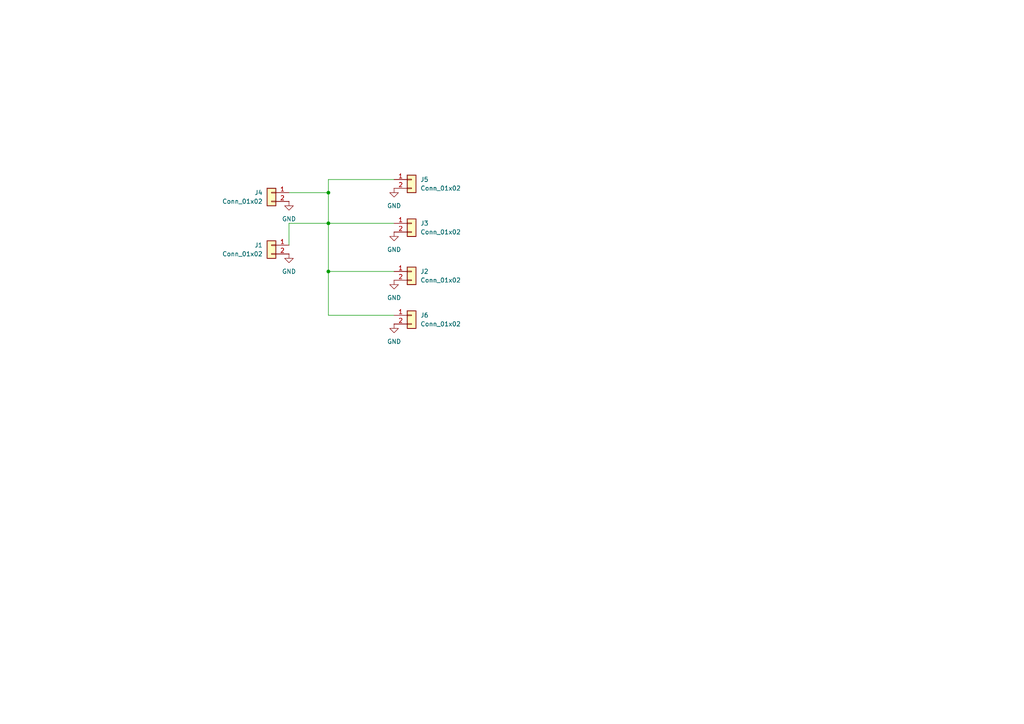
<source format=kicad_sch>
(kicad_sch (version 20231120) (generator "eeschema") (generator_version "8.0")
  (paper "A4")
  (lib_symbols
    (symbol "Connector_Generic:Conn_01x02" (pin_names (offset 1.016) hide)
      (property "Reference" "J" (at 0 2.54 0))
      (property "Value" "Conn_01x02" (at 0 -5.08 0))
      (symbol "Conn_01x02_1_1"
        (rectangle (start -1.27 -2.413) (end 0 -2.667) (stroke (width 0.1524)))
        (rectangle (start -1.27 0.127) (end 0 -0.127) (stroke (width 0.1524)))
        (rectangle (start -1.27 1.27) (end 1.27 -3.81) (stroke (width 0.254)) (fill (type background)))
        (pin passive line (at -5.08 0 0) (length 3.81) (name "Pin_1") (number "1"))
        (pin passive line (at -5.08 -2.54 0) (length 3.81) (name "Pin_2") (number "2"))
      )
    )
    (symbol "power:GND" (power) (pin_numbers hide) (pin_names (offset 0) hide)
      (property "Value" "GND" (at 0 -3.81 0))
      (symbol "GND_0_1"
        (polyline (pts (xy 0 0) (xy 0 -1.27) (xy 1.27 -1.27) (xy 0 -2.54) (xy -1.27 -1.27) (xy 0 -1.27)))
      )
      (symbol "GND_1_1"
        (pin power_in line (at 0 0 270) (length 0) (name "~") (number "1"))
      )
    )
  )
  (junction (at 95.25 64.77))
  (junction (at 95.25 55.88))
  (junction (at 95.25 78.74))
  (wire (pts (xy 95.25 64.77) (xy 95.25 78.74)))
  (wire (pts (xy 83.82 71.12) (xy 83.82 64.77)))
  (wire (pts (xy 95.25 78.74) (xy 95.25 91.44)))
  (wire (pts (xy 95.25 55.88) (xy 95.25 52.07)))
  (wire (pts (xy 83.82 64.77) (xy 95.25 64.77)))
  (wire (pts (xy 95.25 55.88) (xy 83.82 55.88)))
  (wire (pts (xy 95.25 52.07) (xy 114.3 52.07)))
  (wire (pts (xy 95.25 78.74) (xy 114.3 78.74)))
  (wire (pts (xy 95.25 64.77) (xy 95.25 55.88)))
  (wire (pts (xy 95.25 91.44) (xy 114.3 91.44)))
  (wire (pts (xy 95.25 64.77) (xy 114.3 64.77)))
  (symbol (lib_id "Connector_Generic:Conn_01x02") (at 119.38 91.44 0) (unit 1)
    (property "Reference" "J6" (at 121.92 91.4399 0) (effects (justify left)))
    (property "Value" "Conn_01x02" (at 121.92 93.9799 0) (effects (justify left)))
    (property "Footprint" "deans_fp:Deans Connector Female" (effects (hide yes)))
    (property "Description" "Generic connector, single row, 01x02, script generated (kicad-library-utils/schlib/autogen/connector/)" (effects (hide yes)))
  )
  (symbol (lib_id "power:GND") (at 114.3 54.61 0) (unit 1)
    (property "Reference" "#PWR05" (effects (hide yes)))
    (property "Value" "GND" (at 114.3 59.69 0))
    (property "Description" "Power symbol creates a global label with name \"GND\" , ground" (effects (hide yes)))
  )
  (symbol (lib_id "Connector_Generic:Conn_01x02") (at 119.38 52.07 0) (unit 1)
    (property "Reference" "J5" (at 121.92 52.0699 0) (effects (justify left)))
    (property "Value" "Conn_01x02" (at 121.92 54.6099 0) (effects (justify left)))
    (property "Footprint" "deans_fp:Deans Connector Female" (effects (hide yes)))
    (property "Description" "Generic connector, single row, 01x02, script generated (kicad-library-utils/schlib/autogen/connector/)" (effects (hide yes)))
  )
  (symbol (lib_id "power:GND") (at 83.82 58.42 0) (mirror y) (unit 1)
    (property "Reference" "#PWR04" (effects (hide yes)))
    (property "Value" "GND" (at 83.82 63.5 0))
    (property "Description" "Power symbol creates a global label with name \"GND\" , ground" (effects (hide yes)))
  )
  (symbol (lib_id "power:GND") (at 114.3 93.98 0) (unit 1)
    (property "Reference" "#PWR06" (effects (hide yes)))
    (property "Value" "GND" (at 114.3 99.06 0))
    (property "Description" "Power symbol creates a global label with name \"GND\" , ground" (effects (hide yes)))
  )
  (symbol (lib_id "power:GND") (at 83.82 73.66 0) (mirror y) (unit 1)
    (property "Reference" "#PWR01" (effects (hide yes)))
    (property "Value" "GND" (at 83.82 78.74 0))
    (property "Description" "Power symbol creates a global label with name \"GND\" , ground" (effects (hide yes)))
  )
  (symbol (lib_id "Connector_Generic:Conn_01x02") (at 78.74 71.12 0) (mirror y) (unit 1)
    (property "Reference" "J1" (at 76.2 71.1199 0) (effects (justify left)))
    (property "Value" "Conn_01x02" (at 76.2 73.6599 0) (effects (justify left)))
    (property "Footprint" "deans_fp:Deans Connector Male" (effects (hide yes)))
    (property "Description" "Generic connector, single row, 01x02, script generated (kicad-library-utils/schlib/autogen/connector/)" (effects (hide yes)))
  )
  (symbol (lib_id "power:GND") (at 114.3 81.28 0) (unit 1)
    (property "Reference" "#PWR02" (effects (hide yes)))
    (property "Value" "GND" (at 114.3 86.36 0))
    (property "Description" "Power symbol creates a global label with name \"GND\" , ground" (effects (hide yes)))
  )
  (symbol (lib_id "Connector_Generic:Conn_01x02") (at 119.38 78.74 0) (unit 1)
    (property "Reference" "J2" (at 121.92 78.7399 0) (effects (justify left)))
    (property "Value" "Conn_01x02" (at 121.92 81.2799 0) (effects (justify left)))
    (property "Footprint" "deans_fp:Deans Connector Female" (effects (hide yes)))
    (property "Description" "Generic connector, single row, 01x02, script generated (kicad-library-utils/schlib/autogen/connector/)" (effects (hide yes)))
  )
  (symbol (lib_id "Connector_Generic:Conn_01x02") (at 78.74 55.88 0) (mirror y) (unit 1)
    (property "Reference" "J4" (at 76.2 55.8799 0) (effects (justify left)))
    (property "Value" "Conn_01x02" (at 76.2 58.4199 0) (effects (justify left)))
    (property "Footprint" "deans_fp:Deans Connector Male" (effects (hide yes)))
    (property "Description" "Generic connector, single row, 01x02, script generated (kicad-library-utils/schlib/autogen/connector/)" (effects (hide yes)))
  )
  (symbol (lib_id "Connector_Generic:Conn_01x02") (at 119.38 64.77 0) (unit 1)
    (property "Reference" "J3" (at 121.92 64.7699 0) (effects (justify left)))
    (property "Value" "Conn_01x02" (at 121.92 67.3099 0) (effects (justify left)))
    (property "Footprint" "deans_fp:Deans Connector Female" (effects (hide yes)))
    (property "Description" "Generic connector, single row, 01x02, script generated (kicad-library-utils/schlib/autogen/connector/)" (effects (hide yes)))
  )
  (symbol (lib_id "power:GND") (at 114.3 67.31 0) (unit 1)
    (property "Reference" "#PWR03" (effects (hide yes)))
    (property "Value" "GND" (at 114.3 72.39 0))
    (property "Description" "Power symbol creates a global label with name \"GND\" , ground" (effects (hide yes)))
  )
)
</source>
